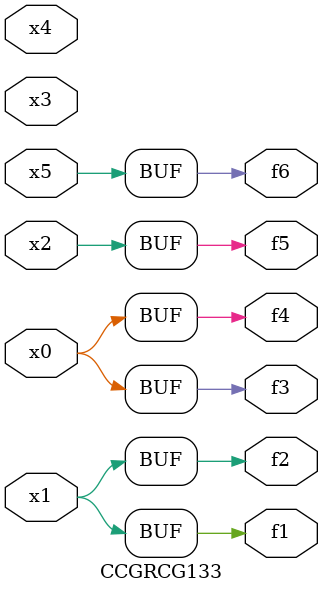
<source format=v>
module CCGRCG133(
	input x0, x1, x2, x3, x4, x5,
	output f1, f2, f3, f4, f5, f6
);
	assign f1 = x1;
	assign f2 = x1;
	assign f3 = x0;
	assign f4 = x0;
	assign f5 = x2;
	assign f6 = x5;
endmodule

</source>
